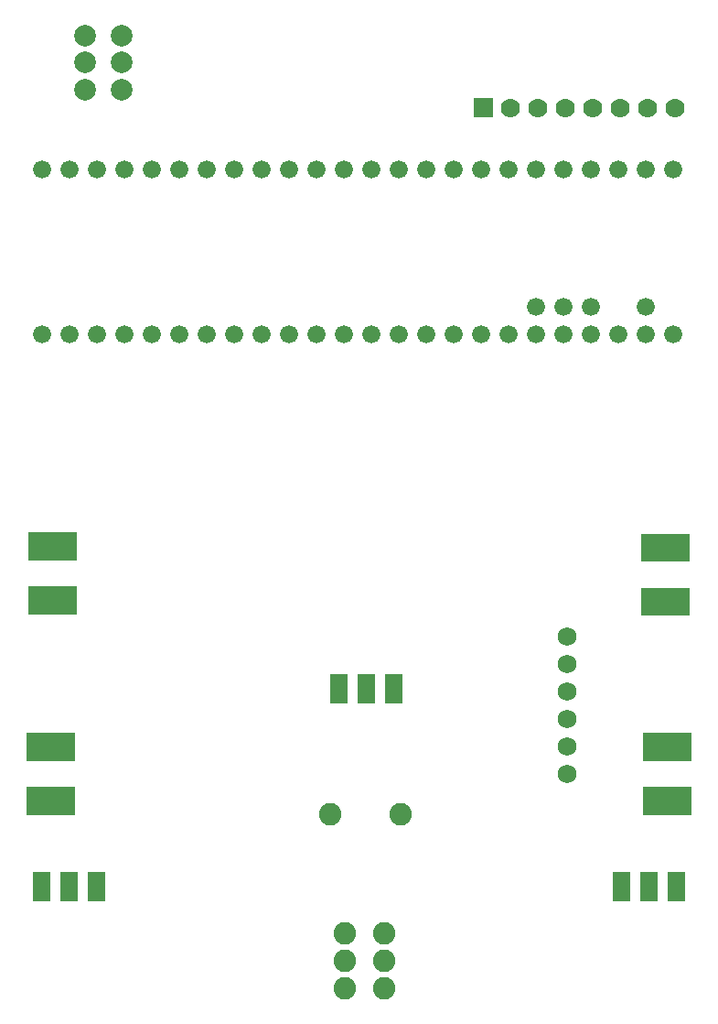
<source format=gbs>
G04 Layer: BottomSolderMaskLayer*
G04 EasyEDA v6.2.46, 2019-12-15T16:49:01--8:00*
G04 3ed96cd0468347919694e972acbd498c,95dd31e7bbc04d03a1fa04b442bf807f,10*
G04 Gerber Generator version 0.2*
G04 Scale: 100 percent, Rotated: No, Reflected: No *
G04 Dimensions in millimeters *
G04 leading zeros omitted , absolute positions ,3 integer and 3 decimal *
%FSLAX33Y33*%
%MOMM*%
G90*
G71D02*

%ADD35C,1.676400*%
%ADD37C,2.082800*%
%ADD40C,1.727200*%
%ADD43C,1.778000*%
%ADD46C,2.003196*%

%LPD*%
G54D35*
G01X61947Y77979D03*
G01X59407Y77979D03*
G01X56867Y77979D03*
G01X54327Y77979D03*
G01X51787Y77979D03*
G01X49247Y77979D03*
G01X46707Y77979D03*
G01X44167Y77979D03*
G01X41627Y77979D03*
G01X39087Y77979D03*
G01X36547Y77979D03*
G01X34007Y77979D03*
G01X31467Y77979D03*
G01X28927Y77979D03*
G01X23847Y77979D03*
G01X21307Y77979D03*
G01X18767Y77979D03*
G01X16227Y77979D03*
G01X28927Y62739D03*
G01X31467Y62739D03*
G01X34007Y62739D03*
G01X36547Y62739D03*
G01X39087Y62739D03*
G01X41627Y62739D03*
G01X44167Y62739D03*
G01X46707Y62739D03*
G01X49247Y62739D03*
G01X51787Y62739D03*
G01X54327Y62739D03*
G01X56867Y62739D03*
G01X59407Y62739D03*
G01X61947Y62739D03*
G01X59407Y65279D03*
G01X54327Y65279D03*
G01X51787Y65279D03*
G01X49247Y65279D03*
G01X26387Y77979D03*
G01X16227Y62739D03*
G01X18767Y62739D03*
G01X21307Y62739D03*
G01X23847Y62739D03*
G01X26387Y62739D03*
G01X13687Y77979D03*
G01X11147Y77979D03*
G01X8607Y77979D03*
G01X6067Y77979D03*
G01X3527Y77979D03*
G01X3527Y62739D03*
G01X13687Y62739D03*
G01X11147Y62739D03*
G01X8607Y62739D03*
G01X6067Y62739D03*
G54D37*
G01X30149Y18415D03*
G01X36652Y18415D03*
G01X35179Y7366D03*
G01X35179Y4826D03*
G01X35179Y2286D03*
G01X31496Y7366D03*
G01X31496Y4826D03*
G01X31496Y2286D03*
G54D40*
G01X52070Y34798D03*
G01X52070Y32258D03*
G01X52070Y29718D03*
G01X52070Y27178D03*
G01X52070Y24638D03*
G01X52070Y22098D03*
G36*
G01X43434Y82804D02*
G01X43434Y84582D01*
G01X45212Y84582D01*
G01X45212Y82804D01*
G01X43434Y82804D01*
G37*
G54D43*
G01X46863Y83693D03*
G01X49403Y83693D03*
G01X51943Y83693D03*
G01X54483Y83693D03*
G01X57023Y83693D03*
G01X59563Y83693D03*
G01X62103Y83693D03*
G36*
G01X30180Y28595D02*
G01X30180Y31346D01*
G01X31798Y31346D01*
G01X31798Y28595D01*
G01X30180Y28595D01*
G37*
G36*
G01X32720Y28595D02*
G01X32720Y31346D01*
G01X34338Y31346D01*
G01X34338Y28595D01*
G01X32720Y28595D01*
G37*
G36*
G01X35260Y28595D02*
G01X35260Y31346D01*
G01X36878Y31346D01*
G01X36878Y28595D01*
G01X35260Y28595D01*
G37*
G36*
G01X56342Y10307D02*
G01X56342Y13058D01*
G01X57960Y13058D01*
G01X57960Y10307D01*
G01X56342Y10307D01*
G37*
G36*
G01X58882Y10307D02*
G01X58882Y13058D01*
G01X60500Y13058D01*
G01X60500Y10307D01*
G01X58882Y10307D01*
G37*
G36*
G01X61422Y10307D02*
G01X61422Y13058D01*
G01X63040Y13058D01*
G01X63040Y10307D01*
G01X61422Y10307D01*
G37*
G36*
G01X2621Y10307D02*
G01X2621Y13058D01*
G01X4239Y13058D01*
G01X4239Y10307D01*
G01X2621Y10307D01*
G37*
G36*
G01X5161Y10307D02*
G01X5161Y13058D01*
G01X6779Y13058D01*
G01X6779Y10307D01*
G01X5161Y10307D01*
G37*
G36*
G01X7701Y10307D02*
G01X7701Y13058D01*
G01X9319Y13058D01*
G01X9319Y10307D01*
G01X7701Y10307D01*
G37*
G36*
G01X2202Y36857D02*
G01X2202Y39441D01*
G01X6690Y39441D01*
G01X6690Y36857D01*
G01X2202Y36857D01*
G37*
G36*
G01X2202Y41836D02*
G01X2202Y44419D01*
G01X6690Y44419D01*
G01X6690Y41836D01*
G01X2202Y41836D01*
G37*
G36*
G01X58968Y41709D02*
G01X58968Y44292D01*
G01X63459Y44292D01*
G01X63459Y41709D01*
G01X58968Y41709D01*
G37*
G36*
G01X58968Y36730D02*
G01X58968Y39314D01*
G01X63459Y39314D01*
G01X63459Y36730D01*
G01X58968Y36730D01*
G37*
G36*
G01X59095Y23294D02*
G01X59095Y25877D01*
G01X63586Y25877D01*
G01X63586Y23294D01*
G01X59095Y23294D01*
G37*
G36*
G01X59095Y18315D02*
G01X59095Y20899D01*
G01X63586Y20899D01*
G01X63586Y18315D01*
G01X59095Y18315D01*
G37*
G36*
G01X2075Y18315D02*
G01X2075Y20899D01*
G01X6563Y20899D01*
G01X6563Y18315D01*
G01X2075Y18315D01*
G37*
G36*
G01X2075Y23294D02*
G01X2075Y25877D01*
G01X6563Y25877D01*
G01X6563Y23294D01*
G01X2075Y23294D01*
G37*
G54D46*
G01X7443Y87884D03*
G01X7443Y85384D03*
G01X10844Y90383D03*
G01X10844Y87884D03*
G01X10844Y85384D03*
G01X7443Y90383D03*
M00*
M02*

</source>
